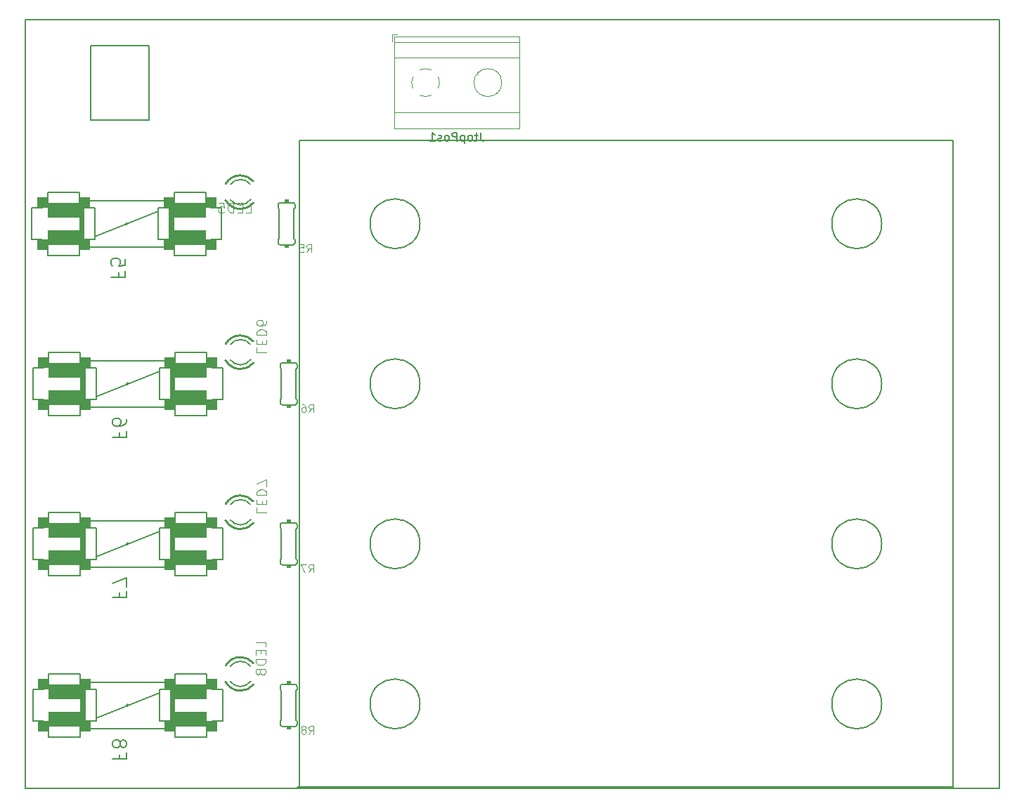
<source format=gbr>
G04 #@! TF.GenerationSoftware,KiCad,Pcbnew,(5.1.6)-1*
G04 #@! TF.CreationDate,2020-06-14T17:11:32+02:00*
G04 #@! TF.ProjectId,fuseboardv4,66757365-626f-4617-9264-76342e6b6963,rev?*
G04 #@! TF.SameCoordinates,Original*
G04 #@! TF.FileFunction,Legend,Bot*
G04 #@! TF.FilePolarity,Positive*
%FSLAX46Y46*%
G04 Gerber Fmt 4.6, Leading zero omitted, Abs format (unit mm)*
G04 Created by KiCad (PCBNEW (5.1.6)-1) date 2020-06-14 17:11:32*
%MOMM*%
%LPD*%
G01*
G04 APERTURE LIST*
G04 #@! TA.AperFunction,Profile*
%ADD10C,0.150000*%
G04 #@! TD*
%ADD11C,0.150000*%
%ADD12C,0.127000*%
%ADD13C,0.120000*%
%ADD14C,0.100000*%
%ADD15C,0.152400*%
%ADD16C,0.254000*%
%ADD17C,0.168910*%
%ADD18C,0.094107*%
%ADD19C,0.120650*%
G04 APERTURE END LIST*
D10*
X87630000Y-147320000D02*
X205000000Y-147320000D01*
X205000000Y-54610000D02*
X87630000Y-54610000D01*
X87630000Y-54610000D02*
X87630000Y-147320000D01*
X205000000Y-54610000D02*
X205000000Y-147320000D01*
D11*
X190833000Y-79248000D02*
G75*
G03*
X190833000Y-79248000I-3000000J0D01*
G01*
X190833000Y-137160000D02*
G75*
G03*
X190833000Y-137160000I-3000000J0D01*
G01*
X190833000Y-98552000D02*
G75*
G03*
X190833000Y-98552000I-3000000J0D01*
G01*
X190833000Y-117856000D02*
G75*
G03*
X190833000Y-117856000I-3000000J0D01*
G01*
X135207000Y-79248000D02*
G75*
G03*
X135207000Y-79248000I-3000000J0D01*
G01*
X135207000Y-98552000D02*
G75*
G03*
X135207000Y-98552000I-3000000J0D01*
G01*
X135207000Y-117856000D02*
G75*
G03*
X135207000Y-117856000I-3000000J0D01*
G01*
X135207000Y-137160000D02*
G75*
G03*
X135207000Y-137160000I-3000000J0D01*
G01*
D12*
X120650000Y-147193000D02*
X199390000Y-147193000D01*
X199390000Y-147193000D02*
X199390000Y-69215000D01*
X120396000Y-147193000D02*
X120650000Y-147193000D01*
X120650000Y-69215000D02*
X199390000Y-69215000D01*
X120650000Y-147193000D02*
X120650000Y-69215000D01*
D11*
X95560000Y-66730000D02*
X102560000Y-66730000D01*
X102560000Y-66730000D02*
X102560000Y-57730000D01*
X102560000Y-57730000D02*
X95560000Y-57730000D01*
X95560000Y-57730000D02*
X95560000Y-66730000D01*
D13*
X145070000Y-62230000D02*
G75*
G03*
X145070000Y-62230000I-1680000J0D01*
G01*
X132080000Y-57330000D02*
X147200000Y-57330000D01*
X132080000Y-59230000D02*
X147200000Y-59230000D01*
X132080000Y-65830000D02*
X147200000Y-65830000D01*
X132080000Y-67790000D02*
X132080000Y-56670000D01*
X132080000Y-56670000D02*
X147200000Y-56670000D01*
X147200000Y-56670000D02*
X147200000Y-67790000D01*
X147200000Y-67790000D02*
X132080000Y-67790000D01*
X144665000Y-63299000D02*
X144618000Y-63253000D01*
X142356000Y-60991000D02*
X142321000Y-60956000D01*
X144460000Y-63505000D02*
X144425000Y-63469000D01*
X142163000Y-61207000D02*
X142116000Y-61161000D01*
X131840000Y-57270000D02*
X131840000Y-56430000D01*
X131840000Y-56430000D02*
X132440000Y-56430000D01*
X135918805Y-60549747D02*
G75*
G03*
X135206000Y-60695000I-28805J-1680253D01*
G01*
X134354574Y-61546958D02*
G75*
G03*
X134355000Y-62914000I1535426J-683042D01*
G01*
X135206958Y-63765426D02*
G75*
G03*
X136574000Y-63765000I683042J1535426D01*
G01*
X137425426Y-62913042D02*
G75*
G03*
X137425000Y-61546000I-1535426J683042D01*
G01*
X136573318Y-60695244D02*
G75*
G03*
X135890000Y-60550000I-683318J-1534756D01*
G01*
D14*
G36*
X105575100Y-76708000D02*
G01*
X109385100Y-76708000D01*
X109385100Y-78486000D01*
X105575100Y-78486000D01*
X105575100Y-76708000D01*
G37*
G36*
X105575100Y-80010000D02*
G01*
X109385100Y-80010000D01*
X109385100Y-81788000D01*
X105575100Y-81788000D01*
X105575100Y-80010000D01*
G37*
G36*
X109385100Y-76073000D02*
G01*
X110655100Y-76073000D01*
X110655100Y-77343000D01*
X109385100Y-77343000D01*
X109385100Y-76073000D01*
G37*
G36*
X109385100Y-81153000D02*
G01*
X110655100Y-81153000D01*
X110655100Y-82423000D01*
X109385100Y-82423000D01*
X109385100Y-81153000D01*
G37*
G36*
X104940100Y-76708000D02*
G01*
X105575100Y-76708000D01*
X105575100Y-81788000D01*
X104940100Y-81788000D01*
X104940100Y-76708000D01*
G37*
G36*
X104305100Y-76073000D02*
G01*
X105575100Y-76073000D01*
X105575100Y-77343000D01*
X104305100Y-77343000D01*
X104305100Y-76073000D01*
G37*
G36*
X104305100Y-81153000D02*
G01*
X105575100Y-81153000D01*
X105575100Y-82423000D01*
X104305100Y-82423000D01*
X104305100Y-81153000D01*
G37*
G36*
X90335100Y-76708000D02*
G01*
X94145100Y-76708000D01*
X94145100Y-78486000D01*
X90335100Y-78486000D01*
X90335100Y-76708000D01*
G37*
G36*
X90335100Y-80010000D02*
G01*
X94145100Y-80010000D01*
X94145100Y-81788000D01*
X90335100Y-81788000D01*
X90335100Y-80010000D01*
G37*
G36*
X94145100Y-76708000D02*
G01*
X94780100Y-76708000D01*
X94780100Y-81788000D01*
X94145100Y-81788000D01*
X94145100Y-76708000D01*
G37*
G36*
X94145100Y-76073000D02*
G01*
X95415100Y-76073000D01*
X95415100Y-77343000D01*
X94145100Y-77343000D01*
X94145100Y-76073000D01*
G37*
G36*
X94145100Y-81153000D02*
G01*
X95415100Y-81153000D01*
X95415100Y-82423000D01*
X94145100Y-82423000D01*
X94145100Y-81153000D01*
G37*
G36*
X89065100Y-76073000D02*
G01*
X90335100Y-76073000D01*
X90335100Y-77343000D01*
X89065100Y-77343000D01*
X89065100Y-76073000D01*
G37*
G36*
X89065100Y-81153000D02*
G01*
X90335100Y-81153000D01*
X90335100Y-82423000D01*
X89065100Y-82423000D01*
X89065100Y-81153000D01*
G37*
D15*
X99987100Y-79248000D02*
G75*
G03*
X99987100Y-79248000I-127000J0D01*
G01*
X103670100Y-77724000D02*
X103670100Y-81153000D01*
X96050100Y-80772000D02*
X96050100Y-77343000D01*
X96050100Y-80772000D02*
X103670100Y-77724000D01*
X95415100Y-76454000D02*
X104305100Y-76454000D01*
X95415100Y-82042000D02*
X104305100Y-82042000D01*
X111290100Y-77343000D02*
X110020100Y-77343000D01*
X111290100Y-81153000D02*
X111290100Y-77343000D01*
X110020100Y-81153000D02*
X111290100Y-81153000D01*
X109385100Y-75438000D02*
X109385100Y-76708000D01*
X109385100Y-75438000D02*
X105575100Y-75438000D01*
X105575100Y-76708000D02*
X105575100Y-75438000D01*
X109385100Y-81788000D02*
X109385100Y-83058000D01*
X105575100Y-83058000D02*
X109385100Y-83058000D01*
X105575100Y-81788000D02*
X105575100Y-83058000D01*
X103670100Y-77343000D02*
X104940100Y-77343000D01*
X103670100Y-77343000D02*
X103670100Y-77724000D01*
X104940100Y-81153000D02*
X103670100Y-81153000D01*
X96050100Y-77343000D02*
X94780100Y-77343000D01*
X96050100Y-81153000D02*
X96050100Y-80772000D01*
X94780100Y-81153000D02*
X96050100Y-81153000D01*
X94145100Y-75438000D02*
X94145100Y-76708000D01*
X94145100Y-75438000D02*
X90335100Y-75438000D01*
X90335100Y-76708000D02*
X90335100Y-75438000D01*
X94145100Y-81788000D02*
X94145100Y-83058000D01*
X90335100Y-83058000D02*
X94145100Y-83058000D01*
X90335100Y-81788000D02*
X90335100Y-83058000D01*
X88430100Y-77343000D02*
X89700100Y-77343000D01*
X88430100Y-77343000D02*
X88430100Y-81153000D01*
X89700100Y-81153000D02*
X88430100Y-81153000D01*
D14*
G36*
X105702100Y-96012000D02*
G01*
X109512100Y-96012000D01*
X109512100Y-97790000D01*
X105702100Y-97790000D01*
X105702100Y-96012000D01*
G37*
G36*
X105702100Y-99314000D02*
G01*
X109512100Y-99314000D01*
X109512100Y-101092000D01*
X105702100Y-101092000D01*
X105702100Y-99314000D01*
G37*
G36*
X109512100Y-95377000D02*
G01*
X110782100Y-95377000D01*
X110782100Y-96647000D01*
X109512100Y-96647000D01*
X109512100Y-95377000D01*
G37*
G36*
X109512100Y-100457000D02*
G01*
X110782100Y-100457000D01*
X110782100Y-101727000D01*
X109512100Y-101727000D01*
X109512100Y-100457000D01*
G37*
G36*
X105067100Y-96012000D02*
G01*
X105702100Y-96012000D01*
X105702100Y-101092000D01*
X105067100Y-101092000D01*
X105067100Y-96012000D01*
G37*
G36*
X104432100Y-95377000D02*
G01*
X105702100Y-95377000D01*
X105702100Y-96647000D01*
X104432100Y-96647000D01*
X104432100Y-95377000D01*
G37*
G36*
X104432100Y-100457000D02*
G01*
X105702100Y-100457000D01*
X105702100Y-101727000D01*
X104432100Y-101727000D01*
X104432100Y-100457000D01*
G37*
G36*
X90462100Y-96012000D02*
G01*
X94272100Y-96012000D01*
X94272100Y-97790000D01*
X90462100Y-97790000D01*
X90462100Y-96012000D01*
G37*
G36*
X90462100Y-99314000D02*
G01*
X94272100Y-99314000D01*
X94272100Y-101092000D01*
X90462100Y-101092000D01*
X90462100Y-99314000D01*
G37*
G36*
X94272100Y-96012000D02*
G01*
X94907100Y-96012000D01*
X94907100Y-101092000D01*
X94272100Y-101092000D01*
X94272100Y-96012000D01*
G37*
G36*
X94272100Y-95377000D02*
G01*
X95542100Y-95377000D01*
X95542100Y-96647000D01*
X94272100Y-96647000D01*
X94272100Y-95377000D01*
G37*
G36*
X94272100Y-100457000D02*
G01*
X95542100Y-100457000D01*
X95542100Y-101727000D01*
X94272100Y-101727000D01*
X94272100Y-100457000D01*
G37*
G36*
X89192100Y-95377000D02*
G01*
X90462100Y-95377000D01*
X90462100Y-96647000D01*
X89192100Y-96647000D01*
X89192100Y-95377000D01*
G37*
G36*
X89192100Y-100457000D02*
G01*
X90462100Y-100457000D01*
X90462100Y-101727000D01*
X89192100Y-101727000D01*
X89192100Y-100457000D01*
G37*
D15*
X100114100Y-98552000D02*
G75*
G03*
X100114100Y-98552000I-127000J0D01*
G01*
X103797100Y-97028000D02*
X103797100Y-100457000D01*
X96177100Y-100076000D02*
X96177100Y-96647000D01*
X96177100Y-100076000D02*
X103797100Y-97028000D01*
X95542100Y-95758000D02*
X104432100Y-95758000D01*
X95542100Y-101346000D02*
X104432100Y-101346000D01*
X111417100Y-96647000D02*
X110147100Y-96647000D01*
X111417100Y-100457000D02*
X111417100Y-96647000D01*
X110147100Y-100457000D02*
X111417100Y-100457000D01*
X109512100Y-94742000D02*
X109512100Y-96012000D01*
X109512100Y-94742000D02*
X105702100Y-94742000D01*
X105702100Y-96012000D02*
X105702100Y-94742000D01*
X109512100Y-101092000D02*
X109512100Y-102362000D01*
X105702100Y-102362000D02*
X109512100Y-102362000D01*
X105702100Y-101092000D02*
X105702100Y-102362000D01*
X103797100Y-96647000D02*
X105067100Y-96647000D01*
X103797100Y-96647000D02*
X103797100Y-97028000D01*
X105067100Y-100457000D02*
X103797100Y-100457000D01*
X96177100Y-96647000D02*
X94907100Y-96647000D01*
X96177100Y-100457000D02*
X96177100Y-100076000D01*
X94907100Y-100457000D02*
X96177100Y-100457000D01*
X94272100Y-94742000D02*
X94272100Y-96012000D01*
X94272100Y-94742000D02*
X90462100Y-94742000D01*
X90462100Y-96012000D02*
X90462100Y-94742000D01*
X94272100Y-101092000D02*
X94272100Y-102362000D01*
X90462100Y-102362000D02*
X94272100Y-102362000D01*
X90462100Y-101092000D02*
X90462100Y-102362000D01*
X88557100Y-96647000D02*
X89827100Y-96647000D01*
X88557100Y-96647000D02*
X88557100Y-100457000D01*
X89827100Y-100457000D02*
X88557100Y-100457000D01*
D14*
G36*
X105702100Y-115316000D02*
G01*
X109512100Y-115316000D01*
X109512100Y-117094000D01*
X105702100Y-117094000D01*
X105702100Y-115316000D01*
G37*
G36*
X105702100Y-118618000D02*
G01*
X109512100Y-118618000D01*
X109512100Y-120396000D01*
X105702100Y-120396000D01*
X105702100Y-118618000D01*
G37*
G36*
X109512100Y-114681000D02*
G01*
X110782100Y-114681000D01*
X110782100Y-115951000D01*
X109512100Y-115951000D01*
X109512100Y-114681000D01*
G37*
G36*
X109512100Y-119761000D02*
G01*
X110782100Y-119761000D01*
X110782100Y-121031000D01*
X109512100Y-121031000D01*
X109512100Y-119761000D01*
G37*
G36*
X105067100Y-115316000D02*
G01*
X105702100Y-115316000D01*
X105702100Y-120396000D01*
X105067100Y-120396000D01*
X105067100Y-115316000D01*
G37*
G36*
X104432100Y-114681000D02*
G01*
X105702100Y-114681000D01*
X105702100Y-115951000D01*
X104432100Y-115951000D01*
X104432100Y-114681000D01*
G37*
G36*
X104432100Y-119761000D02*
G01*
X105702100Y-119761000D01*
X105702100Y-121031000D01*
X104432100Y-121031000D01*
X104432100Y-119761000D01*
G37*
G36*
X90462100Y-115316000D02*
G01*
X94272100Y-115316000D01*
X94272100Y-117094000D01*
X90462100Y-117094000D01*
X90462100Y-115316000D01*
G37*
G36*
X90462100Y-118618000D02*
G01*
X94272100Y-118618000D01*
X94272100Y-120396000D01*
X90462100Y-120396000D01*
X90462100Y-118618000D01*
G37*
G36*
X94272100Y-115316000D02*
G01*
X94907100Y-115316000D01*
X94907100Y-120396000D01*
X94272100Y-120396000D01*
X94272100Y-115316000D01*
G37*
G36*
X94272100Y-114681000D02*
G01*
X95542100Y-114681000D01*
X95542100Y-115951000D01*
X94272100Y-115951000D01*
X94272100Y-114681000D01*
G37*
G36*
X94272100Y-119761000D02*
G01*
X95542100Y-119761000D01*
X95542100Y-121031000D01*
X94272100Y-121031000D01*
X94272100Y-119761000D01*
G37*
G36*
X89192100Y-114681000D02*
G01*
X90462100Y-114681000D01*
X90462100Y-115951000D01*
X89192100Y-115951000D01*
X89192100Y-114681000D01*
G37*
G36*
X89192100Y-119761000D02*
G01*
X90462100Y-119761000D01*
X90462100Y-121031000D01*
X89192100Y-121031000D01*
X89192100Y-119761000D01*
G37*
D15*
X100114100Y-117856000D02*
G75*
G03*
X100114100Y-117856000I-127000J0D01*
G01*
X103797100Y-116332000D02*
X103797100Y-119761000D01*
X96177100Y-119380000D02*
X96177100Y-115951000D01*
X96177100Y-119380000D02*
X103797100Y-116332000D01*
X95542100Y-115062000D02*
X104432100Y-115062000D01*
X95542100Y-120650000D02*
X104432100Y-120650000D01*
X111417100Y-115951000D02*
X110147100Y-115951000D01*
X111417100Y-119761000D02*
X111417100Y-115951000D01*
X110147100Y-119761000D02*
X111417100Y-119761000D01*
X109512100Y-114046000D02*
X109512100Y-115316000D01*
X109512100Y-114046000D02*
X105702100Y-114046000D01*
X105702100Y-115316000D02*
X105702100Y-114046000D01*
X109512100Y-120396000D02*
X109512100Y-121666000D01*
X105702100Y-121666000D02*
X109512100Y-121666000D01*
X105702100Y-120396000D02*
X105702100Y-121666000D01*
X103797100Y-115951000D02*
X105067100Y-115951000D01*
X103797100Y-115951000D02*
X103797100Y-116332000D01*
X105067100Y-119761000D02*
X103797100Y-119761000D01*
X96177100Y-115951000D02*
X94907100Y-115951000D01*
X96177100Y-119761000D02*
X96177100Y-119380000D01*
X94907100Y-119761000D02*
X96177100Y-119761000D01*
X94272100Y-114046000D02*
X94272100Y-115316000D01*
X94272100Y-114046000D02*
X90462100Y-114046000D01*
X90462100Y-115316000D02*
X90462100Y-114046000D01*
X94272100Y-120396000D02*
X94272100Y-121666000D01*
X90462100Y-121666000D02*
X94272100Y-121666000D01*
X90462100Y-120396000D02*
X90462100Y-121666000D01*
X88557100Y-115951000D02*
X89827100Y-115951000D01*
X88557100Y-115951000D02*
X88557100Y-119761000D01*
X89827100Y-119761000D02*
X88557100Y-119761000D01*
D14*
G36*
X105702100Y-134810500D02*
G01*
X109512100Y-134810500D01*
X109512100Y-136588500D01*
X105702100Y-136588500D01*
X105702100Y-134810500D01*
G37*
G36*
X105702100Y-138112500D02*
G01*
X109512100Y-138112500D01*
X109512100Y-139890500D01*
X105702100Y-139890500D01*
X105702100Y-138112500D01*
G37*
G36*
X109512100Y-134175500D02*
G01*
X110782100Y-134175500D01*
X110782100Y-135445500D01*
X109512100Y-135445500D01*
X109512100Y-134175500D01*
G37*
G36*
X109512100Y-139255500D02*
G01*
X110782100Y-139255500D01*
X110782100Y-140525500D01*
X109512100Y-140525500D01*
X109512100Y-139255500D01*
G37*
G36*
X105067100Y-134810500D02*
G01*
X105702100Y-134810500D01*
X105702100Y-139890500D01*
X105067100Y-139890500D01*
X105067100Y-134810500D01*
G37*
G36*
X104432100Y-134175500D02*
G01*
X105702100Y-134175500D01*
X105702100Y-135445500D01*
X104432100Y-135445500D01*
X104432100Y-134175500D01*
G37*
G36*
X104432100Y-139255500D02*
G01*
X105702100Y-139255500D01*
X105702100Y-140525500D01*
X104432100Y-140525500D01*
X104432100Y-139255500D01*
G37*
G36*
X90462100Y-134810500D02*
G01*
X94272100Y-134810500D01*
X94272100Y-136588500D01*
X90462100Y-136588500D01*
X90462100Y-134810500D01*
G37*
G36*
X90462100Y-138112500D02*
G01*
X94272100Y-138112500D01*
X94272100Y-139890500D01*
X90462100Y-139890500D01*
X90462100Y-138112500D01*
G37*
G36*
X94272100Y-134810500D02*
G01*
X94907100Y-134810500D01*
X94907100Y-139890500D01*
X94272100Y-139890500D01*
X94272100Y-134810500D01*
G37*
G36*
X94272100Y-134175500D02*
G01*
X95542100Y-134175500D01*
X95542100Y-135445500D01*
X94272100Y-135445500D01*
X94272100Y-134175500D01*
G37*
G36*
X94272100Y-139255500D02*
G01*
X95542100Y-139255500D01*
X95542100Y-140525500D01*
X94272100Y-140525500D01*
X94272100Y-139255500D01*
G37*
G36*
X89192100Y-134175500D02*
G01*
X90462100Y-134175500D01*
X90462100Y-135445500D01*
X89192100Y-135445500D01*
X89192100Y-134175500D01*
G37*
G36*
X89192100Y-139255500D02*
G01*
X90462100Y-139255500D01*
X90462100Y-140525500D01*
X89192100Y-140525500D01*
X89192100Y-139255500D01*
G37*
D15*
X100114100Y-137350500D02*
G75*
G03*
X100114100Y-137350500I-127000J0D01*
G01*
X103797100Y-135826500D02*
X103797100Y-139255500D01*
X96177100Y-138874500D02*
X96177100Y-135445500D01*
X96177100Y-138874500D02*
X103797100Y-135826500D01*
X95542100Y-134556500D02*
X104432100Y-134556500D01*
X95542100Y-140144500D02*
X104432100Y-140144500D01*
X111417100Y-135445500D02*
X110147100Y-135445500D01*
X111417100Y-139255500D02*
X111417100Y-135445500D01*
X110147100Y-139255500D02*
X111417100Y-139255500D01*
X109512100Y-133540500D02*
X109512100Y-134810500D01*
X109512100Y-133540500D02*
X105702100Y-133540500D01*
X105702100Y-134810500D02*
X105702100Y-133540500D01*
X109512100Y-139890500D02*
X109512100Y-141160500D01*
X105702100Y-141160500D02*
X109512100Y-141160500D01*
X105702100Y-139890500D02*
X105702100Y-141160500D01*
X103797100Y-135445500D02*
X105067100Y-135445500D01*
X103797100Y-135445500D02*
X103797100Y-135826500D01*
X105067100Y-139255500D02*
X103797100Y-139255500D01*
X96177100Y-135445500D02*
X94907100Y-135445500D01*
X96177100Y-139255500D02*
X96177100Y-138874500D01*
X94907100Y-139255500D02*
X96177100Y-139255500D01*
X94272100Y-133540500D02*
X94272100Y-134810500D01*
X94272100Y-133540500D02*
X90462100Y-133540500D01*
X90462100Y-134810500D02*
X90462100Y-133540500D01*
X94272100Y-139890500D02*
X94272100Y-141160500D01*
X90462100Y-141160500D02*
X94272100Y-141160500D01*
X90462100Y-139890500D02*
X90462100Y-141160500D01*
X88557100Y-135445500D02*
X89827100Y-135445500D01*
X88557100Y-135445500D02*
X88557100Y-139255500D01*
X89827100Y-139255500D02*
X88557100Y-139255500D01*
D14*
G36*
X118872000Y-82169000D02*
G01*
X118872000Y-81788000D01*
X119380000Y-81788000D01*
X119380000Y-82169000D01*
X118872000Y-82169000D01*
G37*
G36*
X118872000Y-76708000D02*
G01*
X118872000Y-76327000D01*
X119380000Y-76327000D01*
X119380000Y-76708000D01*
X118872000Y-76708000D01*
G37*
D15*
X118364000Y-76708000D02*
X119888000Y-76708000D01*
X118110000Y-76962000D02*
X118110000Y-77343000D01*
X120142000Y-76962000D02*
X120142000Y-77343000D01*
X118237000Y-77470000D02*
X118237000Y-81026000D01*
X118237000Y-77470000D02*
X118110000Y-77343000D01*
X120015000Y-77470000D02*
X120015000Y-81026000D01*
X120015000Y-77470000D02*
X120142000Y-77343000D01*
X118237000Y-81026000D02*
X118110000Y-81153000D01*
X118110000Y-81534000D02*
X118110000Y-81153000D01*
X120015000Y-81026000D02*
X120142000Y-81153000D01*
X120142000Y-81534000D02*
X120142000Y-81153000D01*
X118364000Y-81788000D02*
X119888000Y-81788000D01*
X119888000Y-76708000D02*
G75*
G02*
X120142000Y-76962000I0J-254000D01*
G01*
X118364000Y-76708000D02*
G75*
G03*
X118110000Y-76962000I0J-254000D01*
G01*
X118110000Y-81534000D02*
G75*
G03*
X118364000Y-81788000I254000J0D01*
G01*
X120142000Y-81534000D02*
G75*
G02*
X119888000Y-81788000I-254000J0D01*
G01*
D14*
G36*
X119126000Y-101473000D02*
G01*
X119126000Y-101092000D01*
X119634000Y-101092000D01*
X119634000Y-101473000D01*
X119126000Y-101473000D01*
G37*
G36*
X119126000Y-96012000D02*
G01*
X119126000Y-95631000D01*
X119634000Y-95631000D01*
X119634000Y-96012000D01*
X119126000Y-96012000D01*
G37*
D15*
X118618000Y-96012000D02*
X120142000Y-96012000D01*
X118364000Y-96266000D02*
X118364000Y-96647000D01*
X120396000Y-96266000D02*
X120396000Y-96647000D01*
X118491000Y-96774000D02*
X118491000Y-100330000D01*
X118491000Y-96774000D02*
X118364000Y-96647000D01*
X120269000Y-96774000D02*
X120269000Y-100330000D01*
X120269000Y-96774000D02*
X120396000Y-96647000D01*
X118491000Y-100330000D02*
X118364000Y-100457000D01*
X118364000Y-100838000D02*
X118364000Y-100457000D01*
X120269000Y-100330000D02*
X120396000Y-100457000D01*
X120396000Y-100838000D02*
X120396000Y-100457000D01*
X118618000Y-101092000D02*
X120142000Y-101092000D01*
X120142000Y-96012000D02*
G75*
G02*
X120396000Y-96266000I0J-254000D01*
G01*
X118618000Y-96012000D02*
G75*
G03*
X118364000Y-96266000I0J-254000D01*
G01*
X118364000Y-100838000D02*
G75*
G03*
X118618000Y-101092000I254000J0D01*
G01*
X120396000Y-100838000D02*
G75*
G02*
X120142000Y-101092000I-254000J0D01*
G01*
D14*
G36*
X119126000Y-120777000D02*
G01*
X119126000Y-120396000D01*
X119634000Y-120396000D01*
X119634000Y-120777000D01*
X119126000Y-120777000D01*
G37*
G36*
X119126000Y-115316000D02*
G01*
X119126000Y-114935000D01*
X119634000Y-114935000D01*
X119634000Y-115316000D01*
X119126000Y-115316000D01*
G37*
D15*
X118618000Y-115316000D02*
X120142000Y-115316000D01*
X118364000Y-115570000D02*
X118364000Y-115951000D01*
X120396000Y-115570000D02*
X120396000Y-115951000D01*
X118491000Y-116078000D02*
X118491000Y-119634000D01*
X118491000Y-116078000D02*
X118364000Y-115951000D01*
X120269000Y-116078000D02*
X120269000Y-119634000D01*
X120269000Y-116078000D02*
X120396000Y-115951000D01*
X118491000Y-119634000D02*
X118364000Y-119761000D01*
X118364000Y-120142000D02*
X118364000Y-119761000D01*
X120269000Y-119634000D02*
X120396000Y-119761000D01*
X120396000Y-120142000D02*
X120396000Y-119761000D01*
X118618000Y-120396000D02*
X120142000Y-120396000D01*
X120142000Y-115316000D02*
G75*
G02*
X120396000Y-115570000I0J-254000D01*
G01*
X118618000Y-115316000D02*
G75*
G03*
X118364000Y-115570000I0J-254000D01*
G01*
X118364000Y-120142000D02*
G75*
G03*
X118618000Y-120396000I254000J0D01*
G01*
X120396000Y-120142000D02*
G75*
G02*
X120142000Y-120396000I-254000J0D01*
G01*
D14*
G36*
X119126000Y-140271500D02*
G01*
X119126000Y-139890500D01*
X119634000Y-139890500D01*
X119634000Y-140271500D01*
X119126000Y-140271500D01*
G37*
G36*
X119126000Y-134810500D02*
G01*
X119126000Y-134429500D01*
X119634000Y-134429500D01*
X119634000Y-134810500D01*
X119126000Y-134810500D01*
G37*
D15*
X118618000Y-134810500D02*
X120142000Y-134810500D01*
X118364000Y-135064500D02*
X118364000Y-135445500D01*
X120396000Y-135064500D02*
X120396000Y-135445500D01*
X118491000Y-135572500D02*
X118491000Y-139128500D01*
X118491000Y-135572500D02*
X118364000Y-135445500D01*
X120269000Y-135572500D02*
X120269000Y-139128500D01*
X120269000Y-135572500D02*
X120396000Y-135445500D01*
X118491000Y-139128500D02*
X118364000Y-139255500D01*
X118364000Y-139636500D02*
X118364000Y-139255500D01*
X120269000Y-139128500D02*
X120396000Y-139255500D01*
X120396000Y-139636500D02*
X120396000Y-139255500D01*
X118618000Y-139890500D02*
X120142000Y-139890500D01*
X120142000Y-134810500D02*
G75*
G02*
X120396000Y-135064500I0J-254000D01*
G01*
X118618000Y-134810500D02*
G75*
G03*
X118364000Y-135064500I0J-254000D01*
G01*
X118364000Y-139636500D02*
G75*
G03*
X118618000Y-139890500I254000J0D01*
G01*
X120396000Y-139636500D02*
G75*
G02*
X120142000Y-139890500I-254000J0D01*
G01*
D16*
X113576100Y-73406000D02*
G75*
G03*
X111811800Y-74429800I-56J-2032000D01*
G01*
X115127300Y-74125400D02*
G75*
G03*
X113576100Y-73406000I-1551163J-1312600D01*
G01*
X113576100Y-77470000D02*
G75*
G02*
X111783200Y-76394200I60J2032000D01*
G01*
X115137100Y-76738900D02*
G75*
G02*
X113576100Y-77470000I-1560988J1300900D01*
G01*
D15*
X113576100Y-73914000D02*
G75*
G03*
X112373100Y-74502400I8J-1524000D01*
G01*
X114779100Y-74502400D02*
G75*
G03*
X113576100Y-73914000I-1203008J-935600D01*
G01*
X113576100Y-76962000D02*
G75*
G02*
X112356900Y-76352400I0J1524000D01*
G01*
X114816200Y-76323801D02*
G75*
G02*
X113576100Y-76962000I-1240134J885801D01*
G01*
D16*
X113576100Y-92710000D02*
G75*
G03*
X111811800Y-93733800I-56J-2032000D01*
G01*
X115127300Y-93429400D02*
G75*
G03*
X113576100Y-92710000I-1551163J-1312600D01*
G01*
X113576100Y-96774000D02*
G75*
G02*
X111783200Y-95698200I60J2032000D01*
G01*
X115137100Y-96042900D02*
G75*
G02*
X113576100Y-96774000I-1560988J1300900D01*
G01*
D15*
X113576100Y-93218000D02*
G75*
G03*
X112373100Y-93806400I8J-1524000D01*
G01*
X114779100Y-93806400D02*
G75*
G03*
X113576100Y-93218000I-1203008J-935600D01*
G01*
X113576100Y-96266000D02*
G75*
G02*
X112356900Y-95656400I0J1524000D01*
G01*
X114816200Y-95627801D02*
G75*
G02*
X113576100Y-96266000I-1240134J885801D01*
G01*
D16*
X113576100Y-112014000D02*
G75*
G03*
X111811800Y-113037800I-56J-2032000D01*
G01*
X115127300Y-112733400D02*
G75*
G03*
X113576100Y-112014000I-1551163J-1312600D01*
G01*
X113576100Y-116078000D02*
G75*
G02*
X111783200Y-115002200I60J2032000D01*
G01*
X115137100Y-115346900D02*
G75*
G02*
X113576100Y-116078000I-1560988J1300900D01*
G01*
D15*
X113576100Y-112522000D02*
G75*
G03*
X112373100Y-113110400I8J-1524000D01*
G01*
X114779100Y-113110400D02*
G75*
G03*
X113576100Y-112522000I-1203008J-935600D01*
G01*
X113576100Y-115570000D02*
G75*
G02*
X112356900Y-114960400I0J1524000D01*
G01*
X114816200Y-114931801D02*
G75*
G02*
X113576100Y-115570000I-1240134J885801D01*
G01*
D16*
X113576100Y-131508500D02*
G75*
G03*
X111811800Y-132532300I-56J-2032000D01*
G01*
X115127300Y-132227900D02*
G75*
G03*
X113576100Y-131508500I-1551163J-1312600D01*
G01*
X113576100Y-135572500D02*
G75*
G02*
X111783200Y-134496700I60J2032000D01*
G01*
X115137100Y-134841400D02*
G75*
G02*
X113576100Y-135572500I-1560988J1300900D01*
G01*
D15*
X113576100Y-132016500D02*
G75*
G03*
X112373100Y-132604900I8J-1524000D01*
G01*
X114779100Y-132604900D02*
G75*
G03*
X113576100Y-132016500I-1203008J-935600D01*
G01*
X113576100Y-135064500D02*
G75*
G02*
X112356900Y-134454900I0J1524000D01*
G01*
X114816200Y-134426301D02*
G75*
G02*
X113576100Y-135064500I-1240134J885801D01*
G01*
D11*
X142520952Y-68242380D02*
X142520952Y-68956666D01*
X142568571Y-69099523D01*
X142663809Y-69194761D01*
X142806666Y-69242380D01*
X142901904Y-69242380D01*
X142187619Y-68575714D02*
X141806666Y-68575714D01*
X142044761Y-68242380D02*
X142044761Y-69099523D01*
X141997142Y-69194761D01*
X141901904Y-69242380D01*
X141806666Y-69242380D01*
X141330476Y-69242380D02*
X141425714Y-69194761D01*
X141473333Y-69147142D01*
X141520952Y-69051904D01*
X141520952Y-68766190D01*
X141473333Y-68670952D01*
X141425714Y-68623333D01*
X141330476Y-68575714D01*
X141187619Y-68575714D01*
X141092380Y-68623333D01*
X141044761Y-68670952D01*
X140997142Y-68766190D01*
X140997142Y-69051904D01*
X141044761Y-69147142D01*
X141092380Y-69194761D01*
X141187619Y-69242380D01*
X141330476Y-69242380D01*
X140568571Y-68575714D02*
X140568571Y-69575714D01*
X140568571Y-68623333D02*
X140473333Y-68575714D01*
X140282857Y-68575714D01*
X140187619Y-68623333D01*
X140140000Y-68670952D01*
X140092380Y-68766190D01*
X140092380Y-69051904D01*
X140140000Y-69147142D01*
X140187619Y-69194761D01*
X140282857Y-69242380D01*
X140473333Y-69242380D01*
X140568571Y-69194761D01*
X139663809Y-69242380D02*
X139663809Y-68242380D01*
X139282857Y-68242380D01*
X139187619Y-68290000D01*
X139140000Y-68337619D01*
X139092380Y-68432857D01*
X139092380Y-68575714D01*
X139140000Y-68670952D01*
X139187619Y-68718571D01*
X139282857Y-68766190D01*
X139663809Y-68766190D01*
X138520952Y-69242380D02*
X138616190Y-69194761D01*
X138663809Y-69147142D01*
X138711428Y-69051904D01*
X138711428Y-68766190D01*
X138663809Y-68670952D01*
X138616190Y-68623333D01*
X138520952Y-68575714D01*
X138378095Y-68575714D01*
X138282857Y-68623333D01*
X138235238Y-68670952D01*
X138187619Y-68766190D01*
X138187619Y-69051904D01*
X138235238Y-69147142D01*
X138282857Y-69194761D01*
X138378095Y-69242380D01*
X138520952Y-69242380D01*
X137806666Y-69194761D02*
X137711428Y-69242380D01*
X137520952Y-69242380D01*
X137425714Y-69194761D01*
X137378095Y-69099523D01*
X137378095Y-69051904D01*
X137425714Y-68956666D01*
X137520952Y-68909047D01*
X137663809Y-68909047D01*
X137759047Y-68861428D01*
X137806666Y-68766190D01*
X137806666Y-68718571D01*
X137759047Y-68623333D01*
X137663809Y-68575714D01*
X137520952Y-68575714D01*
X137425714Y-68623333D01*
X136425714Y-69242380D02*
X136997142Y-69242380D01*
X136711428Y-69242380D02*
X136711428Y-68242380D01*
X136806666Y-68385238D01*
X136901904Y-68480476D01*
X136997142Y-68528095D01*
D17*
X98920300Y-85158008D02*
X98920300Y-85721041D01*
X98035533Y-85721041D02*
X99724633Y-85721041D01*
X99724633Y-84916708D01*
X99724633Y-83468908D02*
X99724633Y-84273241D01*
X98920300Y-84353675D01*
X99000733Y-84273241D01*
X99081166Y-84112375D01*
X99081166Y-83710208D01*
X99000733Y-83549341D01*
X98920300Y-83468908D01*
X98759433Y-83388475D01*
X98357266Y-83388475D01*
X98196400Y-83468908D01*
X98115966Y-83549341D01*
X98035533Y-83710208D01*
X98035533Y-84112375D01*
X98115966Y-84273241D01*
X98196400Y-84353675D01*
X99047300Y-104462008D02*
X99047300Y-105025041D01*
X98162533Y-105025041D02*
X99851633Y-105025041D01*
X99851633Y-104220708D01*
X99851633Y-102853341D02*
X99851633Y-103175075D01*
X99771200Y-103335941D01*
X99690766Y-103416375D01*
X99449466Y-103577241D01*
X99127733Y-103657675D01*
X98484266Y-103657675D01*
X98323400Y-103577241D01*
X98242966Y-103496808D01*
X98162533Y-103335941D01*
X98162533Y-103014208D01*
X98242966Y-102853341D01*
X98323400Y-102772908D01*
X98484266Y-102692475D01*
X98886433Y-102692475D01*
X99047300Y-102772908D01*
X99127733Y-102853341D01*
X99208166Y-103014208D01*
X99208166Y-103335941D01*
X99127733Y-103496808D01*
X99047300Y-103577241D01*
X98886433Y-103657675D01*
X99047300Y-123766008D02*
X99047300Y-124329041D01*
X98162533Y-124329041D02*
X99851633Y-124329041D01*
X99851633Y-123524708D01*
X99851633Y-123042108D02*
X99851633Y-121916041D01*
X98162533Y-122639941D01*
X99047300Y-143260508D02*
X99047300Y-143823541D01*
X98162533Y-143823541D02*
X99851633Y-143823541D01*
X99851633Y-143019208D01*
X99127733Y-142134441D02*
X99208166Y-142295308D01*
X99288600Y-142375741D01*
X99449466Y-142456175D01*
X99529900Y-142456175D01*
X99690766Y-142375741D01*
X99771200Y-142295308D01*
X99851633Y-142134441D01*
X99851633Y-141812708D01*
X99771200Y-141651841D01*
X99690766Y-141571408D01*
X99529900Y-141490975D01*
X99449466Y-141490975D01*
X99288600Y-141571408D01*
X99208166Y-141651841D01*
X99127733Y-141812708D01*
X99127733Y-142134441D01*
X99047300Y-142295308D01*
X98966866Y-142375741D01*
X98806000Y-142456175D01*
X98484266Y-142456175D01*
X98323400Y-142375741D01*
X98242966Y-142295308D01*
X98162533Y-142134441D01*
X98162533Y-141812708D01*
X98242966Y-141651841D01*
X98323400Y-141571408D01*
X98484266Y-141490975D01*
X98806000Y-141490975D01*
X98966866Y-141571408D01*
X99047300Y-141651841D01*
X99127733Y-141812708D01*
D18*
X121558078Y-82684257D02*
X121871768Y-82236128D01*
X122095832Y-82684257D02*
X122095832Y-81743187D01*
X121737329Y-81743187D01*
X121647703Y-81788000D01*
X121602890Y-81832812D01*
X121558078Y-81922438D01*
X121558078Y-82056877D01*
X121602890Y-82146502D01*
X121647703Y-82191315D01*
X121737329Y-82236128D01*
X122095832Y-82236128D01*
X120706633Y-81743187D02*
X121154762Y-81743187D01*
X121199575Y-82191315D01*
X121154762Y-82146502D01*
X121065136Y-82101690D01*
X120841072Y-82101690D01*
X120751446Y-82146502D01*
X120706633Y-82191315D01*
X120661820Y-82280941D01*
X120661820Y-82505005D01*
X120706633Y-82594631D01*
X120751446Y-82639444D01*
X120841072Y-82684257D01*
X121065136Y-82684257D01*
X121154762Y-82639444D01*
X121199575Y-82594631D01*
X121812078Y-101988257D02*
X122125768Y-101540128D01*
X122349832Y-101988257D02*
X122349832Y-101047187D01*
X121991329Y-101047187D01*
X121901703Y-101092000D01*
X121856890Y-101136812D01*
X121812078Y-101226438D01*
X121812078Y-101360877D01*
X121856890Y-101450502D01*
X121901703Y-101495315D01*
X121991329Y-101540128D01*
X122349832Y-101540128D01*
X121005446Y-101047187D02*
X121184698Y-101047187D01*
X121274323Y-101092000D01*
X121319136Y-101136812D01*
X121408762Y-101271251D01*
X121453575Y-101450502D01*
X121453575Y-101809005D01*
X121408762Y-101898631D01*
X121363949Y-101943444D01*
X121274323Y-101988257D01*
X121095072Y-101988257D01*
X121005446Y-101943444D01*
X120960633Y-101898631D01*
X120915820Y-101809005D01*
X120915820Y-101584941D01*
X120960633Y-101495315D01*
X121005446Y-101450502D01*
X121095072Y-101405690D01*
X121274323Y-101405690D01*
X121363949Y-101450502D01*
X121408762Y-101495315D01*
X121453575Y-101584941D01*
X121812078Y-121292257D02*
X122125768Y-120844128D01*
X122349832Y-121292257D02*
X122349832Y-120351187D01*
X121991329Y-120351187D01*
X121901703Y-120396000D01*
X121856890Y-120440812D01*
X121812078Y-120530438D01*
X121812078Y-120664877D01*
X121856890Y-120754502D01*
X121901703Y-120799315D01*
X121991329Y-120844128D01*
X122349832Y-120844128D01*
X121498388Y-120351187D02*
X120871008Y-120351187D01*
X121274323Y-121292257D01*
X121812078Y-140786757D02*
X122125768Y-140338628D01*
X122349832Y-140786757D02*
X122349832Y-139845687D01*
X121991329Y-139845687D01*
X121901703Y-139890500D01*
X121856890Y-139935312D01*
X121812078Y-140024938D01*
X121812078Y-140159377D01*
X121856890Y-140249002D01*
X121901703Y-140293815D01*
X121991329Y-140338628D01*
X122349832Y-140338628D01*
X121274323Y-140249002D02*
X121363949Y-140204190D01*
X121408762Y-140159377D01*
X121453575Y-140069751D01*
X121453575Y-140024938D01*
X121408762Y-139935312D01*
X121363949Y-139890500D01*
X121274323Y-139845687D01*
X121095072Y-139845687D01*
X121005446Y-139890500D01*
X120960633Y-139935312D01*
X120915820Y-140024938D01*
X120915820Y-140069751D01*
X120960633Y-140159377D01*
X121005446Y-140204190D01*
X121095072Y-140249002D01*
X121274323Y-140249002D01*
X121363949Y-140293815D01*
X121408762Y-140338628D01*
X121453575Y-140428254D01*
X121453575Y-140607505D01*
X121408762Y-140697131D01*
X121363949Y-140741944D01*
X121274323Y-140786757D01*
X121095072Y-140786757D01*
X121005446Y-140741944D01*
X120960633Y-140697131D01*
X120915820Y-140607505D01*
X120915820Y-140428254D01*
X120960633Y-140338628D01*
X121005446Y-140293815D01*
X121095072Y-140249002D01*
D19*
X114248791Y-77920547D02*
X114823315Y-77920547D01*
X114823315Y-76714047D01*
X113846625Y-77288571D02*
X113444458Y-77288571D01*
X113272101Y-77920547D02*
X113846625Y-77920547D01*
X113846625Y-76714047D01*
X113272101Y-76714047D01*
X112755029Y-77920547D02*
X112755029Y-76714047D01*
X112467767Y-76714047D01*
X112295410Y-76771500D01*
X112180506Y-76886404D01*
X112123053Y-77001309D01*
X112065601Y-77231119D01*
X112065601Y-77403476D01*
X112123053Y-77633285D01*
X112180506Y-77748190D01*
X112295410Y-77863095D01*
X112467767Y-77920547D01*
X112755029Y-77920547D01*
X110974006Y-76714047D02*
X111548529Y-76714047D01*
X111605982Y-77288571D01*
X111548529Y-77231119D01*
X111433625Y-77173666D01*
X111146363Y-77173666D01*
X111031458Y-77231119D01*
X110974006Y-77288571D01*
X110916553Y-77403476D01*
X110916553Y-77690738D01*
X110974006Y-77805642D01*
X111031458Y-77863095D01*
X111146363Y-77920547D01*
X111433625Y-77920547D01*
X111548529Y-77863095D01*
X111605982Y-77805642D01*
X115538552Y-94182791D02*
X115538552Y-94757315D01*
X116745052Y-94757315D01*
X116170528Y-93780625D02*
X116170528Y-93378458D01*
X115538552Y-93206101D02*
X115538552Y-93780625D01*
X116745052Y-93780625D01*
X116745052Y-93206101D01*
X115538552Y-92689029D02*
X116745052Y-92689029D01*
X116745052Y-92401767D01*
X116687600Y-92229410D01*
X116572695Y-92114506D01*
X116457790Y-92057053D01*
X116227980Y-91999601D01*
X116055623Y-91999601D01*
X115825814Y-92057053D01*
X115710909Y-92114506D01*
X115596004Y-92229410D01*
X115538552Y-92401767D01*
X115538552Y-92689029D01*
X116745052Y-90965458D02*
X116745052Y-91195267D01*
X116687600Y-91310172D01*
X116630147Y-91367625D01*
X116457790Y-91482529D01*
X116227980Y-91539982D01*
X115768361Y-91539982D01*
X115653457Y-91482529D01*
X115596004Y-91425077D01*
X115538552Y-91310172D01*
X115538552Y-91080363D01*
X115596004Y-90965458D01*
X115653457Y-90908006D01*
X115768361Y-90850553D01*
X116055623Y-90850553D01*
X116170528Y-90908006D01*
X116227980Y-90965458D01*
X116285433Y-91080363D01*
X116285433Y-91310172D01*
X116227980Y-91425077D01*
X116170528Y-91482529D01*
X116055623Y-91539982D01*
X115538552Y-113486791D02*
X115538552Y-114061315D01*
X116745052Y-114061315D01*
X116170528Y-113084625D02*
X116170528Y-112682458D01*
X115538552Y-112510101D02*
X115538552Y-113084625D01*
X116745052Y-113084625D01*
X116745052Y-112510101D01*
X115538552Y-111993029D02*
X116745052Y-111993029D01*
X116745052Y-111705767D01*
X116687600Y-111533410D01*
X116572695Y-111418506D01*
X116457790Y-111361053D01*
X116227980Y-111303601D01*
X116055623Y-111303601D01*
X115825814Y-111361053D01*
X115710909Y-111418506D01*
X115596004Y-111533410D01*
X115538552Y-111705767D01*
X115538552Y-111993029D01*
X116745052Y-110901434D02*
X116745052Y-110097101D01*
X115538552Y-110614172D01*
X116630147Y-130281029D02*
X116630147Y-129706506D01*
X115423647Y-129706506D01*
X115998171Y-130683196D02*
X115998171Y-131085363D01*
X116630147Y-131257720D02*
X116630147Y-130683196D01*
X115423647Y-130683196D01*
X115423647Y-131257720D01*
X116630147Y-131774791D02*
X115423647Y-131774791D01*
X115423647Y-132062053D01*
X115481100Y-132234410D01*
X115596004Y-132349315D01*
X115710909Y-132406767D01*
X115940719Y-132464220D01*
X116113076Y-132464220D01*
X116342885Y-132406767D01*
X116457790Y-132349315D01*
X116572695Y-132234410D01*
X116630147Y-132062053D01*
X116630147Y-131774791D01*
X115940719Y-133153648D02*
X115883266Y-133038744D01*
X115825814Y-132981291D01*
X115710909Y-132923839D01*
X115653457Y-132923839D01*
X115538552Y-132981291D01*
X115481100Y-133038744D01*
X115423647Y-133153648D01*
X115423647Y-133383458D01*
X115481100Y-133498363D01*
X115538552Y-133555815D01*
X115653457Y-133613267D01*
X115710909Y-133613267D01*
X115825814Y-133555815D01*
X115883266Y-133498363D01*
X115940719Y-133383458D01*
X115940719Y-133153648D01*
X115998171Y-133038744D01*
X116055623Y-132981291D01*
X116170528Y-132923839D01*
X116400338Y-132923839D01*
X116515242Y-132981291D01*
X116572695Y-133038744D01*
X116630147Y-133153648D01*
X116630147Y-133383458D01*
X116572695Y-133498363D01*
X116515242Y-133555815D01*
X116400338Y-133613267D01*
X116170528Y-133613267D01*
X116055623Y-133555815D01*
X115998171Y-133498363D01*
X115940719Y-133383458D01*
M02*

</source>
